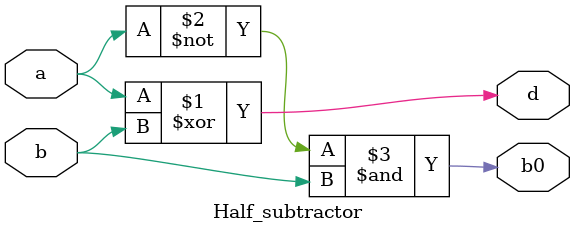
<source format=v>
module Half_subtractor(
input a,b,
output d,b0
    );

  assign d=(a^b);  //difference using xor gate
  assign b0=(~a&b); //borrow using and gate
endmodule

</source>
